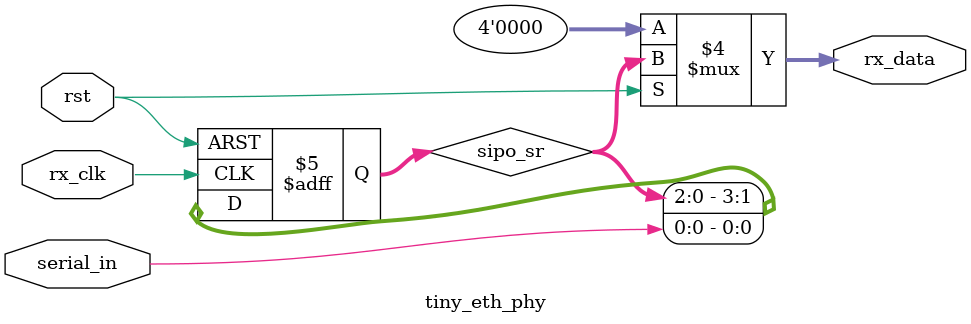
<source format=sv>
/*
    Monitors the physical medium, decodes incoming frames, and deserializes
    them into 4-bit chunks(RXD[3:0])
    Provides RX_CLK to synchronize with the mac and asserts RX_DV when valid data is available
*/
module tiny_eth_phy(
    input   logic           rst,
    // Rx
    inout   logic           rx_clk,
    input   logic           serial_in,
    output  logic [3:0]     rx_data 
);

    /* ---------------------- DESERIALIZER ----------------------
            > PHY module receives serial data from the medium and deserializes
        them into 4-bit chunks(RXD[3:0])
    */
    logic   [3:0]           sipo_sr;    

    always @ (posedge rx_clk or negedge rst) begin
        if(!rst) begin
            sipo_sr         <= 4'b0;
        end
        else begin
            sipo_sr         <= sipo_sr << 1;
            sipo_sr[0]      <= serial_in;
        end
    end

    assign rx_data = rst ? sipo_sr : 4'b0;
    // ---------------------- /DESERIALIZER ---------------------

endmodule
</source>
